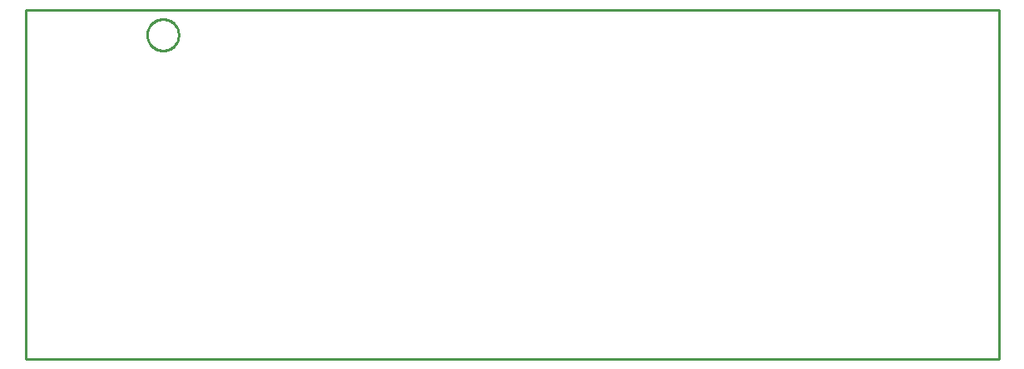
<source format=gbr>
G04 EAGLE Gerber RS-274X export*
G75*
%MOMM*%
%FSLAX34Y34*%
%LPD*%
%IN*%
%IPPOS*%
%AMOC8*
5,1,8,0,0,1.08239X$1,22.5*%
G01*
%ADD10C,0.254000*%


D10*
X0Y0D02*
X990600Y0D01*
X990600Y355600D01*
X0Y355600D01*
X0Y0D01*
X155700Y329676D02*
X155632Y328631D01*
X155495Y327592D01*
X155290Y326565D01*
X155019Y325553D01*
X154683Y324561D01*
X154282Y323593D01*
X153818Y322654D01*
X153295Y321746D01*
X152713Y320875D01*
X152075Y320044D01*
X151384Y319257D01*
X150643Y318516D01*
X149856Y317825D01*
X149025Y317188D01*
X148154Y316606D01*
X147246Y316082D01*
X146307Y315618D01*
X145339Y315217D01*
X144347Y314881D01*
X143335Y314610D01*
X142308Y314405D01*
X141269Y314269D01*
X140224Y314200D01*
X139176Y314200D01*
X138131Y314269D01*
X137092Y314405D01*
X136065Y314610D01*
X135053Y314881D01*
X134061Y315217D01*
X133093Y315618D01*
X132154Y316082D01*
X131246Y316606D01*
X130375Y317188D01*
X129544Y317825D01*
X128757Y318516D01*
X128016Y319257D01*
X127325Y320044D01*
X126688Y320875D01*
X126106Y321746D01*
X125582Y322654D01*
X125118Y323593D01*
X124717Y324561D01*
X124381Y325553D01*
X124110Y326565D01*
X123905Y327592D01*
X123769Y328631D01*
X123700Y329676D01*
X123700Y330724D01*
X123769Y331769D01*
X123905Y332808D01*
X124110Y333835D01*
X124381Y334847D01*
X124717Y335839D01*
X125118Y336807D01*
X125582Y337746D01*
X126106Y338654D01*
X126688Y339525D01*
X127325Y340356D01*
X128016Y341143D01*
X128757Y341884D01*
X129544Y342575D01*
X130375Y343213D01*
X131246Y343795D01*
X132154Y344318D01*
X133093Y344782D01*
X134061Y345183D01*
X135053Y345519D01*
X136065Y345790D01*
X137092Y345995D01*
X138131Y346132D01*
X139176Y346200D01*
X140224Y346200D01*
X141269Y346132D01*
X142308Y345995D01*
X143335Y345790D01*
X144347Y345519D01*
X145339Y345183D01*
X146307Y344782D01*
X147246Y344318D01*
X148154Y343795D01*
X149025Y343213D01*
X149856Y342575D01*
X150643Y341884D01*
X151384Y341143D01*
X152075Y340356D01*
X152713Y339525D01*
X153295Y338654D01*
X153818Y337746D01*
X154282Y336807D01*
X154683Y335839D01*
X155019Y334847D01*
X155290Y333835D01*
X155495Y332808D01*
X155632Y331769D01*
X155700Y330724D01*
X155700Y329676D01*
M02*

</source>
